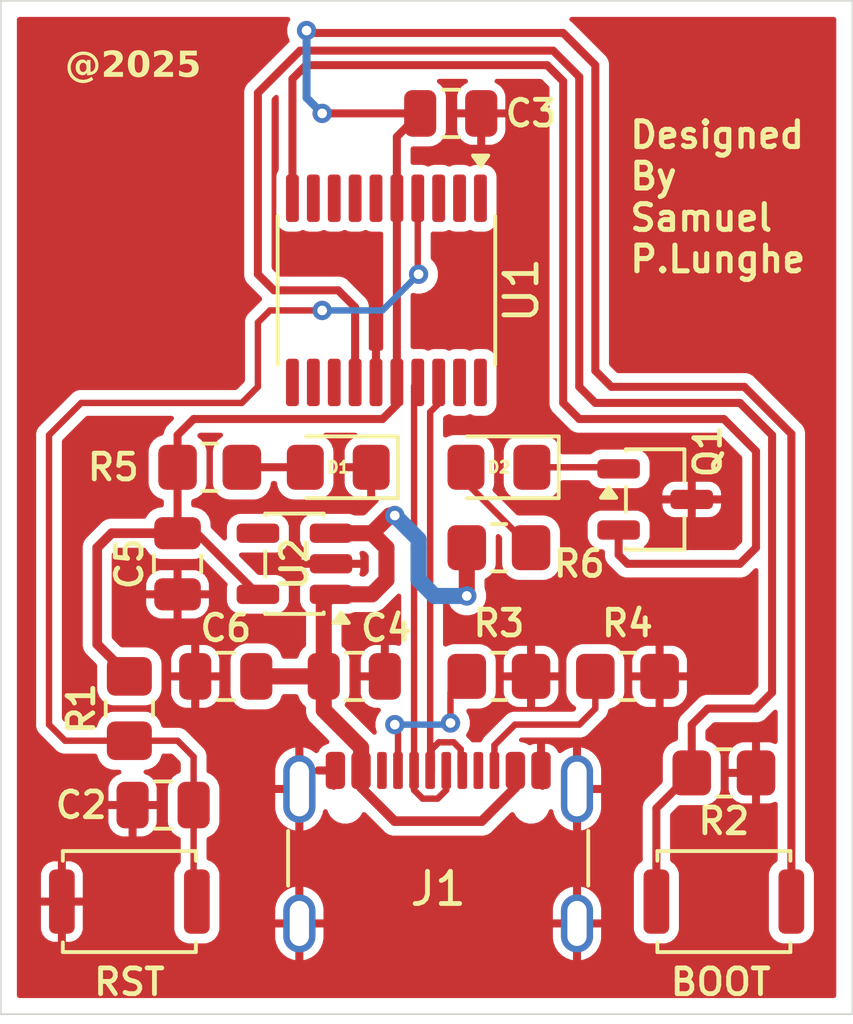
<source format=kicad_pcb>
(kicad_pcb (version 20241229) (generator "pcbnew") (generator_version "9.0")
  (title_block (title "CUSTOM STM32F04 PCB") (date "2025-12-07") (rev "1") (comment 1 "By PUTSHU LUNGHE Samuel"))
  (layers (0 "F.Cu" signal) (2 "B.Cu" signal) (13 "F.Paste" user) (15 "B.Paste" user) (5 "F.SilkS" user "F.Silkscreen") (7 "B.SilkS" user "B.Silkscreen") (1 "F.Mask" user) (3 "B.Mask" user) (25 "Edge.Cuts" user))
  (net 0 "")
  (net 1 "/BOOT")
  (net 2 "/3V3")
  (net 3 "/nRESET")
  (net 4 "GND")
  (net 5 "/5VUSB")
  (net 6 "Net-(D1-A)")
  (net 7 "Net-(D2-A)")
  (net 8 "Net-(D2-K)")
  (net 9 "/USB_DM")
  (net 10 "/USB_DP")
  (net 13 "Net-(J1-CC1)")
  (net 14 "Net-(J1-CC2)")
  (net 15 "/BUILT_IN_LED")
  (footprint "Resistor_SMD:R_0805_2012Metric_Pad1.20x1.40mm_HandSolder" (layer "F.Cu") (at 169 97.5)
    (property "Reference" "R4" (at 0 -1.65 0) (layer "F.SilkS") (effects (font (size 0.8 0.8))))
    (property "Value" "5.1K")
    (fp_line (start -0.227064 -0.735) (end 0.227064 -0.735) (stroke (width 0.12)) (layer "F.SilkS"))
    (fp_line (start -0.227064 0.735) (end 0.227064 0.735) (stroke (width 0.12)) (layer "F.SilkS"))
    (pad "1" smd roundrect (at -1 0) (size 1.2 1.4) (layers "F.Cu" "F.Mask" "F.Paste") (roundrect_rratio 0.208333) (net 14 "Net-(J1-CC2)"))
    (pad "2" smd roundrect (at 1 0) (size 1.2 1.4) (layers "F.Cu" "F.Mask" "F.Paste") (roundrect_rratio 0.208333) (net 4 "GND"))
  )
  (footprint "Resistor_SMD:R_0805_2012Metric_Pad1.20x1.40mm_HandSolder" (layer "F.Cu") (at 172 100.5)
    (property "Reference" "R2" (at 0 1.5 0) (layer "F.SilkS") (effects (font (size 0.8 0.8))))
    (property "Value" "10K" (hide yes))
    (fp_line (start -0.227064 -0.735) (end 0.227064 -0.735) (stroke (width 0.12)) (layer "F.SilkS"))
    (fp_line (start -0.227064 0.735) (end 0.227064 0.735) (stroke (width 0.12)) (layer "F.SilkS"))
    (pad "1" smd roundrect (at -1 0) (size 1.2 1.4) (layers "F.Cu" "F.Mask" "F.Paste") (roundrect_rratio 0.208333) (net 1 "/BOOT"))
    (pad "2" smd roundrect (at 1 0) (size 1.2 1.4) (layers "F.Cu" "F.Mask" "F.Paste") (roundrect_rratio 0.208333) (net 4 "GND"))
  )
  (footprint "Package_TO_SOT_SMD:SOT-23-3" (layer "F.Cu") (at 169.8625 92)
    (property "Reference" "Q1" (at 1.6375 -1.5 90) (layer "F.SilkS") (effects (font (size 0.8 0.8))))
    (property "Value" "NMOS" (hide yes))
    (fp_line (start -0.91 -1.56) (end 0.91 -1.56) (stroke (width 0.12)) (layer "F.SilkS"))
    (fp_line (start -0.91 -1.51) (end -0.91 -1.56) (stroke (width 0.12)) (layer "F.SilkS"))
    (fp_line (start -0.91 0.39) (end -0.91 -0.39) (stroke (width 0.12)) (layer "F.SilkS"))
    (fp_line (start -0.91 1.56) (end -0.91 1.51) (stroke (width 0.12)) (layer "F.SilkS"))
    (fp_line (start 0.91 -1.56) (end 0.91 -0.56) (stroke (width 0.12)) (layer "F.SilkS"))
    (fp_line (start 0.91 0.56) (end 0.91 1.56) (stroke (width 0.12)) (layer "F.SilkS"))
    (fp_line (start 0.91 1.56) (end -0.91 1.56) (stroke (width 0.12)) (layer "F.SilkS"))
    (fp_poly (pts (xy -1.45 -0.38) (xy -1.21 -0.05) (xy -1.69 -0.05)) (stroke (width 0.12)) (fill yes) (layer "F.SilkS"))
    (pad "1" smd roundrect (at -1.1375 -0.95) (size 1.325 0.6) (layers "F.Cu" "F.Mask" "F.Paste") (net 8 "Net-(D2-K)"))
    (pad "2" smd roundrect (at -1.1375 0.95) (size 1.325 0.6) (layers "F.Cu" "F.Mask" "F.Paste") (net 15 "/BUILT_IN_LED"))
    (pad "3" smd roundrect (at 1.1375 0) (size 1.325 0.6) (layers "F.Cu" "F.Mask" "F.Paste") (net 4 "GND"))
  )
  (footprint "Resistor_SMD:R_0805_2012Metric_Pad1.20x1.40mm_HandSolder" (layer "F.Cu") (at 153.5 98.5 -90)
    (property "Reference" "R1" (at 0 1.5 90) (layer "F.SilkS") (effects (font (size 0.8 0.8))))
    (property "Value" "10K" (hide yes))
    (fp_line (start -0.227064 0.735) (end 0.227064 0.735) (stroke (width 0.12)) (layer "F.SilkS"))
    (fp_line (start -0.227064 -0.735) (end 0.227064 -0.735) (stroke (width 0.12)) (layer "F.SilkS"))
    (pad "1" smd roundrect (at -1 0 270) (size 1.2 1.4) (layers "F.Cu" "F.Mask" "F.Paste") (roundrect_rratio 0.208333) (net 2 "/3V3"))
    (pad "2" smd roundrect (at 1 0 270) (size 1.2 1.4) (layers "F.Cu" "F.Mask" "F.Paste") (roundrect_rratio 0.208333) (net 3 "/nRESET"))
  )
  (footprint "Capacitor_SMD:C_0805_2012Metric" (layer "F.Cu") (at 155 94 -90)
    (property "Reference" "C5" (at 0 1.5 90) (layer "F.SilkS") (effects (font (size 0.8 0.8))))
    (property "Value" "1uF" (hide yes))
    (fp_line (start -0.261252 0.735) (end 0.261252 0.735) (stroke (width 0.12)) (layer "F.SilkS"))
    (fp_line (start -0.261252 -0.735) (end 0.261252 -0.735) (stroke (width 0.12)) (layer "F.SilkS"))
    (pad "1" smd roundrect (at -0.95 0 270) (size 1 1.45) (layers "F.Cu" "F.Mask" "F.Paste") (net 2 "/3V3"))
    (pad "2" smd roundrect (at 0.95 0 270) (size 1 1.45) (layers "F.Cu" "F.Mask" "F.Paste") (net 4 "GND"))
  )
  (footprint "Button_Switch_SMD:SW_Push_SPST_NO_Alps_SKRK" (layer "F.Cu") (at 172 104.5)
    (property "Reference" "BOOT" (at -0.1 2.5 0) (layer "F.SilkS") (effects (font (size 0.8 0.8))))
    (property "Value" "SW_Push" (hide yes))
    (fp_line (start -2.07 -1.57) (end 2.07 -1.57) (stroke (width 0.12)) (layer "F.SilkS"))
    (fp_line (start -2.07 -1.27) (end -2.07 -1.57) (stroke (width 0.12)) (layer "F.SilkS"))
    (fp_line (start -2.07 1.57) (end -2.07 1.27) (stroke (width 0.12)) (layer "F.SilkS"))
    (fp_line (start 2.07 -1.57) (end 2.07 -1.27) (stroke (width 0.12)) (layer "F.SilkS"))
    (fp_line (start 2.07 1.27) (end 2.07 1.57) (stroke (width 0.12)) (layer "F.SilkS"))
    (fp_line (start 2.07 1.57) (end -2.07 1.57) (stroke (width 0.12)) (layer "F.SilkS"))
    (pad "1" smd roundrect (at -2.1 0) (size 0.8 2) (layers "F.Cu" "F.Mask" "F.Paste") (net 1 "/BOOT"))
    (pad "2" smd roundrect (at 2.1 0) (size 0.8 2) (layers "F.Cu" "F.Mask" "F.Paste") (net 2 "/3V3"))
  )
  (footprint "Button_Switch_SMD:SW_Push_SPST_NO_Alps_SKRK" (layer "F.Cu") (at 153.5 104.5)
    (property "Reference" "RST" (at 0 2.5 0) (layer "F.SilkS") (effects (font (size 0.8 0.8))))
    (property "Value" "SW_Push" (hide yes))
    (fp_line (start -2.07 -1.57) (end 2.07 -1.57) (stroke (width 0.12)) (layer "F.SilkS"))
    (fp_line (start -2.07 -1.27) (end -2.07 -1.57) (stroke (width 0.12)) (layer "F.SilkS"))
    (fp_line (start -2.07 1.57) (end -2.07 1.27) (stroke (width 0.12)) (layer "F.SilkS"))
    (fp_line (start 2.07 -1.57) (end 2.07 -1.27) (stroke (width 0.12)) (layer "F.SilkS"))
    (fp_line (start 2.07 1.27) (end 2.07 1.57) (stroke (width 0.12)) (layer "F.SilkS"))
    (fp_line (start 2.07 1.57) (end -2.07 1.57) (stroke (width 0.12)) (layer "F.SilkS"))
    (pad "1" smd roundrect (at -2.1 0) (size 0.8 2) (layers "F.Cu" "F.Mask" "F.Paste") (net 4 "GND"))
    (pad "2" smd roundrect (at 2.1 0) (size 0.8 2) (layers "F.Cu" "F.Mask" "F.Paste") (net 3 "/nRESET"))
  )
  (footprint "Capacitor_SMD:C_0805_2012Metric" (layer "F.Cu") (at 156.5 97.5 180)
    (property "Reference" "C6" (at 0 1.5 0) (layer "F.SilkS") (effects (font (size 0.8 0.8))))
    (property "Value" "1uF")
    (fp_line (start -0.261252 0.735) (end 0.261252 0.735) (stroke (width 0.12)) (layer "F.SilkS"))
    (fp_line (start -0.261252 -0.735) (end 0.261252 -0.735) (stroke (width 0.12)) (layer "F.SilkS"))
    (pad "1" smd roundrect (at -0.95 0 180) (size 1 1.45) (layers "F.Cu" "F.Mask" "F.Paste") (net 5 "/5VUSB"))
    (pad "2" smd roundrect (at 0.95 0 180) (size 1 1.45) (layers "F.Cu" "F.Mask" "F.Paste") (net 4 "GND"))
  )
  (footprint "Resistor_SMD:R_0805_2012Metric_Pad1.20x1.40mm_HandSolder" (layer "F.Cu") (at 156 91)
    (property "Reference" "R5" (at -3 0 0) (layer "F.SilkS") (effects (font (size 0.8 0.8))))
    (property "Value" "200")
    (fp_line (start -0.227064 -0.735) (end 0.227064 -0.735) (stroke (width 0.12)) (layer "F.SilkS"))
    (fp_line (start -0.227064 0.735) (end 0.227064 0.735) (stroke (width 0.12)) (layer "F.SilkS"))
    (pad "1" smd roundrect (at -1 0) (size 1.2 1.4) (layers "F.Cu" "F.Mask" "F.Paste") (roundrect_rratio 0.208333) (net 2 "/3V3"))
    (pad "2" smd roundrect (at 1 0) (size 1.2 1.4) (layers "F.Cu" "F.Mask" "F.Paste") (roundrect_rratio 0.208333) (net 6 "Net-(D1-A)"))
  )
  (footprint "Connector_USB:USB_C_Receptacle_GCT_USB4105-xx-A_16P_TopMnt_Horizontal" (layer "F.Cu") (at 163.11 104.105)
    (property "Reference" "J1" (at 0 0 0) (layer "F.SilkS"))
    (property "Value" "USB_C_Receptacle_USB2.0_16P" (hide yes))
    (fp_line (start -4.67 -0.1) (end -4.67 -1.8) (stroke (width 0.12)) (layer "F.SilkS"))
    (fp_line (start 4.67 -0.1) (end 4.67 -1.8) (stroke (width 0.12)) (layer "F.SilkS"))
    (pad "" np_thru_hole circle (at -2.89 -2.605) (size 0.65 0.65) (drill 0.65) (layers "*.Cu" "*.Mask"))
    (pad "" np_thru_hole circle (at 2.89 -2.605) (size 0.65 0.65) (drill 0.65) (layers "*.Cu" "*.Mask"))
    (pad "A1" smd roundrect (at -3.2 -3.68) (size 0.6 1.15) (layers "F.Cu" "F.Mask" "F.Paste") (net 4 "GND"))
    (pad "A4" smd roundrect (at -2.4 -3.68) (size 0.6 1.15) (layers "F.Cu" "F.Mask" "F.Paste") (net 5 "/5VUSB"))
    (pad "A5" smd roundrect (at -1.25 -3.68) (size 0.3 1.15) (layers "F.Cu" "F.Mask" "F.Paste") (net 13 "Net-(J1-CC1)"))
    (pad "A6" smd roundrect (at -0.25 -3.68) (size 0.3 1.15) (layers "F.Cu" "F.Mask" "F.Paste") (net 10 "/USB_DP"))
    (pad "A7" smd roundrect (at 0.25 -3.68) (size 0.3 1.15) (layers "F.Cu" "F.Mask" "F.Paste") (net 9 "/USB_DM"))
    (pad "A8" smd roundrect (at 1.25 -3.68) (size 0.3 1.15) (layers "F.Cu" "F.Mask" "F.Paste"))
    (pad "A9" smd roundrect (at 2.4 -3.68) (size 0.6 1.15) (layers "F.Cu" "F.Mask" "F.Paste") (net 5 "/5VUSB"))
    (pad "A12" smd roundrect (at 3.2 -3.68) (size 0.6 1.15) (layers "F.Cu" "F.Mask" "F.Paste") (net 4 "GND"))
    (pad "B1" smd roundrect (at 3.2 -3.68) (size 0.6 1.15) (layers "F.Cu" "F.Mask" "F.Paste") (net 4 "GND"))
    (pad "B4" smd roundrect (at 2.4 -3.68) (size 0.6 1.15) (layers "F.Cu" "F.Mask" "F.Paste") (net 5 "/5VUSB"))
    (pad "B5" smd roundrect (at 1.75 -3.68) (size 0.3 1.15) (layers "F.Cu" "F.Mask" "F.Paste") (net 14 "Net-(J1-CC2)"))
    (pad "B6" smd roundrect (at 0.75 -3.68) (size 0.3 1.15) (layers "F.Cu" "F.Mask" "F.Paste") (net 10 "/USB_DP"))
    (pad "B7" smd roundrect (at -0.75 -3.68) (size 0.3 1.15) (layers "F.Cu" "F.Mask" "F.Paste") (net 9 "/USB_DM"))
    (pad "B8" smd roundrect (at -1.75 -3.68) (size 0.3 1.15) (layers "F.Cu" "F.Mask" "F.Paste"))
    (pad "B9" smd roundrect (at -2.4 -3.68) (size 0.6 1.15) (layers "F.Cu" "F.Mask" "F.Paste") (net 5 "/5VUSB"))
    (pad "B12" smd roundrect (at -3.2 -3.68) (size 0.6 1.15) (layers "F.Cu" "F.Mask" "F.Paste") (net 4 "GND"))
    (pad "S1" thru_hole oval (at -4.32 -3.105) (size 1 2.1) (drill oval 0.6 1.7) (property pad_prop_heatsink) (layers "*.Cu" "*.Mask" "F.Paste") (net 4 "GND"))
    (pad "S1" thru_hole oval (at -4.32 1.075) (size 1 1.8) (drill oval 0.6 1.4) (property pad_prop_heatsink) (layers "*.Cu" "*.Mask" "F.Paste") (net 4 "GND"))
    (pad "S1" thru_hole oval (at 4.32 -3.105) (size 1 2.1) (drill oval 0.6 1.7) (property pad_prop_heatsink) (layers "*.Cu" "*.Mask" "F.Paste") (net 4 "GND"))
    (pad "S1" thru_hole oval (at 4.32 1.075) (size 1 1.8) (drill oval 0.6 1.4) (property pad_prop_heatsink) (layers "*.Cu" "*.Mask" "F.Paste") (net 4 "GND"))
  )
  (footprint "Capacitor_SMD:C_0805_2012Metric" (layer "F.Cu") (at 160.5 97.5)
    (property "Reference" "C4" (at 1 -1.5 0) (layer "F.SilkS") (effects (font (size 0.8 0.8))))
    (property "Value" "10uF")
    (fp_line (start -0.261252 -0.735) (end 0.261252 -0.735) (stroke (width 0.12)) (layer "F.SilkS"))
    (fp_line (start -0.261252 0.735) (end 0.261252 0.735) (stroke (width 0.12)) (layer "F.SilkS"))
    (pad "1" smd roundrect (at -0.95 0) (size 1 1.45) (layers "F.Cu" "F.Mask" "F.Paste") (net 5 "/5VUSB"))
    (pad "2" smd roundrect (at 0.95 0) (size 1 1.45) (layers "F.Cu" "F.Mask" "F.Paste") (net 4 "GND"))
  )
  (footprint "Package_TO_SOT_SMD:SOT-23-5" (layer "F.Cu") (at 158.6375 94 180)
    (property "Reference" "U2" (at 0 0 90) (layer "F.SilkS") (effects (font (size 0.8 0.8))))
    (property "Value" "LP5907MFX-3.3" (hide yes))
    (fp_line (start 0.91 1.56) (end -0.91 1.56) (stroke (width 0.12)) (layer "F.SilkS"))
    (fp_line (start 0.91 1.51) (end 0.91 1.56) (stroke (width 0.12)) (layer "F.SilkS"))
    (fp_line (start 0.91 -0.39) (end 0.91 0.39) (stroke (width 0.12)) (layer "F.SilkS"))
    (fp_line (start 0.91 -1.56) (end 0.91 -1.51) (stroke (width 0.12)) (layer "F.SilkS"))
    (fp_line (start -0.91 1.56) (end -0.91 1.51) (stroke (width 0.12)) (layer "F.SilkS"))
    (fp_line (start -0.91 -1.51) (end -0.91 -1.56) (stroke (width 0.12)) (layer "F.SilkS"))
    (fp_line (start -0.91 -1.56) (end 0.91 -1.56) (stroke (width 0.12)) (layer "F.SilkS"))
    (fp_poly (pts (xy -1.45 -1.51) (xy -1.69 -1.84) (xy -1.21 -1.84)) (stroke (width 0.12)) (fill yes) (layer "F.SilkS"))
    (pad "1" smd roundrect (at -1.1375 -0.95 180) (size 1.325 0.6) (layers "F.Cu" "F.Mask" "F.Paste") (net 5 "/5VUSB"))
    (pad "2" smd roundrect (at -1.1375 0 180) (size 1.325 0.6) (layers "F.Cu" "F.Mask" "F.Paste") (net 4 "GND"))
    (pad "3" smd roundrect (at -1.1375 0.95 180) (size 1.325 0.6) (layers "F.Cu" "F.Mask" "F.Paste") (net 5 "/5VUSB"))
    (pad "4" smd roundrect (at 1.1375 0.95 180) (size 1.325 0.6) (layers "F.Cu" "F.Mask" "F.Paste"))
    (pad "5" smd roundrect (at 1.1375 -0.95 180) (size 1.325 0.6) (layers "F.Cu" "F.Mask" "F.Paste") (net 2 "/3V3"))
  )
  (footprint "LED_SMD:LED_0805_2012Metric_Pad1.15x1.40mm_HandSolder" (layer "F.Cu") (at 160 91 180)
    (property "Reference" "D1" (at 0 0 0) (layer "F.SilkS") (effects (font (size 0.35 0.35) (thickness 0.0875))))
    (property "Value" "LED" (hide yes))
    (fp_line (start 1 -0.96) (end -1.86 -0.96) (stroke (width 0.12)) (layer "F.SilkS"))
    (fp_line (start -1.86 0.96) (end 1 0.96) (stroke (width 0.12)) (layer "F.SilkS"))
    (fp_line (start -1.86 -0.96) (end -1.86 0.96) (stroke (width 0.12)) (layer "F.SilkS"))
    (pad "1" smd roundrect (at -1.025 0 180) (size 1.15 1.4) (layers "F.Cu" "F.Mask" "F.Paste") (roundrect_rratio 0.217391) (net 4 "GND"))
    (pad "2" smd roundrect (at 1.025 0 180) (size 1.15 1.4) (layers "F.Cu" "F.Mask" "F.Paste") (roundrect_rratio 0.217391) (net 6 "Net-(D1-A)"))
  )
  (footprint "Capacitor_SMD:C_0805_2012Metric" (layer "F.Cu") (at 163.5 80)
    (property "Reference" "C3" (at 2.5 0 0) (layer "F.SilkS") (effects (font (size 0.8 0.8))))
    (property "Value" "1uF" (hide yes))
    (fp_line (start -0.261252 -0.735) (end 0.261252 -0.735) (stroke (width 0.12)) (layer "F.SilkS"))
    (fp_line (start -0.261252 0.735) (end 0.261252 0.735) (stroke (width 0.12)) (layer "F.SilkS"))
    (pad "1" smd roundrect (at -0.95 0) (size 1 1.45) (layers "F.Cu" "F.Mask" "F.Paste") (net 2 "/3V3"))
    (pad "2" smd roundrect (at 0.95 0) (size 1 1.45) (layers "F.Cu" "F.Mask" "F.Paste") (net 4 "GND"))
  )
  (footprint "LED_SMD:LED_0805_2012Metric_Pad1.15x1.40mm_HandSolder" (layer "F.Cu") (at 165 91 180)
    (property "Reference" "D2" (at 0 0 0) (layer "F.SilkS") (effects (font (size 0.35 0.35) (thickness 0.0875))))
    (property "Value" "LED" (hide yes))
    (fp_line (start 1 -0.96) (end -1.86 -0.96) (stroke (width 0.12)) (layer "F.SilkS"))
    (fp_line (start -1.86 0.96) (end 1 0.96) (stroke (width 0.12)) (layer "F.SilkS"))
    (fp_line (start -1.86 -0.96) (end -1.86 0.96) (stroke (width 0.12)) (layer "F.SilkS"))
    (pad "1" smd roundrect (at -1.025 0 180) (size 1.15 1.4) (layers "F.Cu" "F.Mask" "F.Paste") (roundrect_rratio 0.217391) (net 8 "Net-(D2-K)"))
    (pad "2" smd roundrect (at 1.025 0 180) (size 1.15 1.4) (layers "F.Cu" "F.Mask" "F.Paste") (roundrect_rratio 0.217391) (net 7 "Net-(D2-A)"))
  )
  (footprint "Capacitor_SMD:C_0805_2012Metric" (layer "F.Cu") (at 154.55 101.5 180)
    (property "Reference" "C2" (at 2.55 0 0) (layer "F.SilkS") (effects (font (size 0.8 0.8))))
    (property "Value" "0.1uF")
    (fp_line (start -0.261252 0.735) (end 0.261252 0.735) (stroke (width 0.12)) (layer "F.SilkS"))
    (fp_line (start -0.261252 -0.735) (end 0.261252 -0.735) (stroke (width 0.12)) (layer "F.SilkS"))
    (pad "1" smd roundrect (at -0.95 0 180) (size 1 1.45) (layers "F.Cu" "F.Mask" "F.Paste") (net 3 "/nRESET"))
    (pad "2" smd roundrect (at 0.95 0 180) (size 1 1.45) (layers "F.Cu" "F.Mask" "F.Paste") (net 4 "GND"))
  )
  (footprint "Package_SO:TSSOP-20_4.4x6.5mm_P0.65mm" (layer "F.Cu") (at 161.5 85.5 -90)
    (property "Reference" "U1" (at 0 -4.2 90) (layer "F.SilkS"))
    (property "Value" "STM32F042F6Px" (hide yes))
    (fp_line (start 2.31 3.385) (end -2.31 3.385) (stroke (width 0.12)) (layer "F.SilkS"))
    (fp_line (start -2.31 -3.385) (end 2.31 -3.385) (stroke (width 0.12)) (layer "F.SilkS"))
    (fp_poly (pts (xy -3.86 -2.93) (xy -4.19 -2.69) (xy -4.19 -3.17)) (stroke (width 0.12)) (fill yes) (layer "F.SilkS"))
    (pad "1" smd roundrect (at -2.8625 -2.925 270) (size 1.475 0.4) (layers "F.Cu" "F.Mask" "F.Paste"))
    (pad "2" smd roundrect (at -2.8625 -2.275 270) (size 1.475 0.4) (layers "F.Cu" "F.Mask" "F.Paste"))
    (pad "3" smd roundrect (at -2.8625 -1.625 270) (size 1.475 0.4) (layers "F.Cu" "F.Mask" "F.Paste"))
    (pad "4" smd roundrect (at -2.8625 -0.975 270) (size 1.475 0.4) (layers "F.Cu" "F.Mask" "F.Paste") (net 3 "/nRESET"))
    (pad "5" smd roundrect (at -2.8625 -0.325 270) (size 1.475 0.4) (layers "F.Cu" "F.Mask" "F.Paste") (net 2 "/3V3"))
    (pad "6" smd roundrect (at -2.8625 0.325 270) (size 1.475 0.4) (layers "F.Cu" "F.Mask" "F.Paste"))
    (pad "7" smd roundrect (at -2.8625 0.975 270) (size 1.475 0.4) (layers "F.Cu" "F.Mask" "F.Paste"))
    (pad "8" smd roundrect (at -2.8625 1.625 270) (size 1.475 0.4) (layers "F.Cu" "F.Mask" "F.Paste"))
    (pad "9" smd roundrect (at -2.8625 2.275 270) (size 1.475 0.4) (layers "F.Cu" "F.Mask" "F.Paste"))
    (pad "10" smd roundrect (at -2.8625 2.925 270) (size 1.475 0.4) (layers "F.Cu" "F.Mask" "F.Paste") (net 15 "/BUILT_IN_LED"))
    (pad "11" smd roundrect (at 2.8625 2.925 270) (size 1.475 0.4) (layers "F.Cu" "F.Mask" "F.Paste"))
    (pad "12" smd roundrect (at 2.8625 2.275 270) (size 1.475 0.4) (layers "F.Cu" "F.Mask" "F.Paste"))
    (pad "13" smd roundrect (at 2.8625 1.625 270) (size 1.475 0.4) (layers "F.Cu" "F.Mask" "F.Paste"))
    (pad "14" smd roundrect (at 2.8625 0.975 270) (size 1.475 0.4) (layers "F.Cu" "F.Mask" "F.Paste") (net 1 "/BOOT"))
    (pad "15" smd roundrect (at 2.8625 0.325 270) (size 1.475 0.4) (layers "F.Cu" "F.Mask" "F.Paste") (net 4 "GND"))
    (pad "16" smd roundrect (at 2.8625 -0.325 270) (size 1.475 0.4) (layers "F.Cu" "F.Mask" "F.Paste") (net 2 "/3V3"))
    (pad "17" smd roundrect (at 2.8625 -0.975 270) (size 1.475 0.4) (layers "F.Cu" "F.Mask" "F.Paste") (net 9 "/USB_DM"))
    (pad "18" smd roundrect (at 2.8625 -1.625 270) (size 1.475 0.4) (layers "F.Cu" "F.Mask" "F.Paste") (net 10 "/USB_DP"))
    (pad "19" smd roundrect (at 2.8625 -2.275 270) (size 1.475 0.4) (layers "F.Cu" "F.Mask" "F.Paste"))
    (pad "20" smd roundrect (at 2.8625 -2.925 270) (size 1.475 0.4) (layers "F.Cu" "F.Mask" "F.Paste"))
  )
  (footprint "Resistor_SMD:R_0805_2012Metric_Pad1.20x1.40mm_HandSolder" (layer "F.Cu") (at 165 97.5)
    (property "Reference" "R3" (at 0 -1.65 0) (layer "F.SilkS") (effects (font (size 0.8 0.8))))
    (property "Value" "5.1K")
    (fp_line (start -0.227064 -0.735) (end 0.227064 -0.735) (stroke (width 0.12)) (layer "F.SilkS"))
    (fp_line (start -0.227064 0.735) (end 0.227064 0.735) (stroke (width 0.12)) (layer "F.SilkS"))
    (pad "1" smd roundrect (at -1 0) (size 1.2 1.4) (layers "F.Cu" "F.Mask" "F.Paste") (roundrect_rratio 0.208333) (net 13 "Net-(J1-CC1)"))
    (pad "2" smd roundrect (at 1 0) (size 1.2 1.4) (layers "F.Cu" "F.Mask" "F.Paste") (roundrect_rratio 0.208333) (net 4 "GND"))
  )
  (footprint "Resistor_SMD:R_0805_2012Metric_Pad1.20x1.40mm_HandSolder" (layer "F.Cu") (at 165 93.5)
    (property "Reference" "R6" (at 2.5 0.5 0) (layer "F.SilkS") (effects (font (size 0.8 0.8))))
    (property "Value" "200" (hide yes))
    (fp_line (start -0.227064 -0.735) (end 0.227064 -0.735) (stroke (width 0.12)) (layer "F.SilkS"))
    (fp_line (start -0.227064 0.735) (end 0.227064 0.735) (stroke (width 0.12)) (layer "F.SilkS"))
    (pad "1" smd roundrect (at -1 0) (size 1.2 1.4) (layers "F.Cu" "F.Mask" "F.Paste") (roundrect_rratio 0.208333) (net 5 "/5VUSB"))
    (pad "2" smd roundrect (at 1 0) (size 1.2 1.4) (layers "F.Cu" "F.Mask" "F.Paste") (roundrect_rratio 0.208333) (net 7 "Net-(D2-A)"))
  )
  (gr_rect (start 149.5 76.5) (end 176 108) (stroke (width 0.05)) (fill no) (layer "Edge.Cuts"))
  (gr_text "@2025" (at 151.5 79 0) (layer "F.SilkS") (effects (font (size 0.8 0.8) (thickness 0.16) (bold yes)) (justify left bottom)))
  (gr_text "Designed \nBy\nSamuel \nP.Lunghe" (at 169 85 0) (layer "F.SilkS") (effects (font (size 0.8 0.8) (thickness 0.16) (bold yes)) (justify left bottom)))
  (segment (start 158 85.5) (end 157.5 85) (width 0.25) (layer "F.Cu") (net 1))
  (segment (start 169.9 104.5) (end 169.9 101.6) (width 0.25) (layer "F.Cu") (net 1))
  (segment (start 167.5 78.86219) (end 167.5 88.5) (width 0.25) (layer "F.Cu") (net 1))
  (segment (start 157.5 79.36219) (end 158.81319 78.049) (width 0.25) (layer "F.Cu") (net 1))
  (segment (start 171 99) (end 171 100.5) (width 0.25) (layer "F.Cu") (net 1))
  (segment (start 158.81319 78.049) (end 166.68681 78.049) (width 0.25) (layer "F.Cu") (net 1))
  (segment (start 160 85.5) (end 158 85.5) (width 0.25) (layer "F.Cu") (net 1))
  (segment (start 157.5 85) (end 157.5 79.36219) (width 0.25) (layer "F.Cu") (net 1))
  (segment (start 171.5 98.5) (end 171 99) (width 0.25) (layer "F.Cu") (net 1))
  (segment (start 167.5 88.5) (end 168 89) (width 0.25) (layer "F.Cu") (net 1))
  (segment (start 168 89) (end 172.5 89) (width 0.25) (layer "F.Cu") (net 1))
  (segment (start 172.5 89) (end 173.5 90) (width 0.25) (layer "F.Cu") (net 1))
  (segment (start 160.525 88.3625) (end 160.525 86.025) (width 0.25) (layer "F.Cu") (net 1))
  (segment (start 166.68681 78.049) (end 167.5 78.86219) (width 0.25) (layer "F.Cu") (net 1))
  (segment (start 173.5 98) (end 173 98.5) (width 0.25) (layer "F.Cu") (net 1))
  (segment (start 160.525 86.025) (end 160 85.5) (width 0.25) (layer "F.Cu") (net 1))
  (segment (start 173.5 90) (end 173.5 98) (width 0.25) (layer "F.Cu") (net 1))
  (segment (start 169.9 101.6) (end 171 100.5) (width 0.25) (layer "F.Cu") (net 1))
  (segment (start 173 98.5) (end 171.5 98.5) (width 0.25) (layer "F.Cu") (net 1))
  (segment (start 168 88) (end 168 78.5) (width 0.25) (layer "F.Cu") (net 2))
  (segment (start 155.5 89.5) (end 161.380226 89.5) (width 0.25) (layer "F.Cu") (net 2))
  (segment (start 167 77.5) (end 159.152 77.5) (width 0.25) (layer "F.Cu") (net 2))
  (segment (start 168.5 88.5) (end 168 88) (width 0.25) (layer "F.Cu") (net 2))
  (segment (start 172.63781 88.5) (end 168.5 88.5) (width 0.25) (layer "F.Cu") (net 2))
  (segment (start 152.95 93.05) (end 155 93.05) (width 0.3) (layer "F.Cu") (net 2))
  (segment (start 159.5 80) (end 162.55 80) (width 0.25) (layer "F.Cu") (net 2))
  (segment (start 152.5 96.5) (end 152.5 93.5) (width 0.3) (layer "F.Cu") (net 2))
  (segment (start 174.1 89.96219) (end 172.63781 88.5) (width 0.25) (layer "F.Cu") (net 2))
  (segment (start 157.5 94.95) (end 155.6 93.05) (width 0.25) (layer "F.Cu") (net 2))
  (segment (start 161.825 80.725) (end 162.55 80) (width 0.25) (layer "F.Cu") (net 2))
  (segment (start 161.380226 89.5) (end 161.825 89.055226) (width 0.25) (layer "F.Cu") (net 2))
  (segment (start 155 90) (end 155.5 89.5) (width 0.25) (layer "F.Cu") (net 2))
  (segment (start 155 93.05) (end 155 91) (width 0.25) (layer "F.Cu") (net 2))
  (segment (start 152.5 93.5) (end 152.95 93.05) (width 0.3) (layer "F.Cu") (net 2))
  (segment (start 161.825 88.3625) (end 161.825 82.6375) (width 0.25) (layer "F.Cu") (net 2))
  (segment (start 161.825 82.6375) (end 161.825 80.725) (width 0.25) (layer "F.Cu") (net 2))
  (segment (start 168 78.5) (end 167 77.5) (width 0.25) (layer "F.Cu") (net 2))
  (segment (start 159.152 77.5) (end 159.076 77.424) (width 0.25) (layer "F.Cu") (net 2))
  (segment (start 161.825 89.055226) (end 161.825 88.3625) (width 0.25) (layer "F.Cu") (net 2))
  (segment (start 155.6 93.05) (end 155 93.05) (width 0.25) (layer "F.Cu") (net 2))
  (segment (start 153.5 97.5) (end 152.5 96.5) (width 0.3) (layer "F.Cu") (net 2))
  (segment (start 174.1 104.5) (end 174.1 89.96219) (width 0.25) (layer "F.Cu") (net 2))
  (segment (start 155 91) (end 155 90) (width 0.25) (layer "F.Cu") (net 2))
  (segment (start 159.076 77.424) (end 159.014524 77.424) (width 0.25) (layer "F.Cu") (net 2))
  (via (at 159.014524 77.424) (size 0.6) (drill 0.3) (layers "F.Cu" "B.Cu") (net 2))
  (via (at 159.5 80) (size 0.6) (drill 0.3) (layers "F.Cu" "B.Cu") (net 2))
  (segment (start 159.014524 79.514524) (end 159.5 80) (width 0.25) (layer "B.Cu") (net 2))
  (segment (start 159.014524 77.424) (end 159.014524 79.514524) (width 0.25) (layer "B.Cu") (net 2))
  (segment (start 153.5 99.5) (end 151.5 99.5) (width 0.2) (layer "F.Cu") (net 3))
  (segment (start 152 89) (end 157 89) (width 0.2) (layer "F.Cu") (net 3))
  (segment (start 162.5 85) (end 162.475 84.975) (width 0.2) (layer "F.Cu") (net 3))
  (segment (start 157.875 86.125) (end 159.5 86.125) (width 0.2) (layer "F.Cu") (net 3))
  (segment (start 151.5 99.5) (end 151 99) (width 0.2) (layer "F.Cu") (net 3))
  (segment (start 151 99) (end 151 90) (width 0.2) (layer "F.Cu") (net 3))
  (segment (start 153.5 99.5) (end 155 99.5) (width 0.2) (layer "F.Cu") (net 3))
  (segment (start 155.5 104.4) (end 155.6 104.5) (width 0.2) (layer "F.Cu") (net 3))
  (segment (start 157.5 86.5) (end 157.875 86.125) (width 0.2) (layer "F.Cu") (net 3))
  (segment (start 162.475 84.975) (end 162.475 82.6375) (width 0.2) (layer "F.Cu") (net 3))
  (segment (start 151 90) (end 152 89) (width 0.2) (layer "F.Cu") (net 3))
  (segment (start 157 89) (end 157.5 88.5) (width 0.2) (layer "F.Cu") (net 3))
  (segment (start 155.5 101.5) (end 155.5 104.4) (width 0.2) (layer "F.Cu") (net 3))
  (segment (start 155 99.5) (end 155.5 100) (width 0.2) (layer "F.Cu") (net 3))
  (segment (start 155.5 100) (end 155.5 101.5) (width 0.2) (layer "F.Cu") (net 3))
  (segment (start 157.5 88.5) (end 157.5 86.5) (width 0.2) (layer "F.Cu") (net 3))
  (via (at 159.5 86.125) (size 0.6) (drill 0.3) (layers "F.Cu" "B.Cu") (net 3))
  (via (at 162.5 85) (size 0.6) (drill 0.3) (layers "F.Cu" "B.Cu") (net 3))
  (segment (start 161.5 86) (end 162.5 85) (width 0.2) (layer "B.Cu") (net 3))
  (segment (start 161.375 86.125) (end 161.5 86) (width 0.2) (layer "B.Cu") (net 3))
  (segment (start 159.5 86.125) (end 161.375 86.125) (width 0.2) (layer "B.Cu") (net 3))
  (segment (start 159.775 94.95) (end 161.05 94.95) (width 0.5) (layer "F.Cu") (net 5))
  (segment (start 161.755466 102) (end 164.464534 102) (width 0.3) (layer "F.Cu") (net 5))
  (segment (start 161.5 94.5) (end 161.5 93.5) (width 0.5) (layer "F.Cu") (net 5))
  (segment (start 161.6 92.5) (end 161.05 93.05) (width 0.5) (layer "F.Cu") (net 5))
  (segment (start 159.55 97.5) (end 157.45 97.5) (width 0.5) (layer "F.Cu") (net 5))
  (segment (start 161.76 92.5) (end 161.6 92.5) (width 0.5) (layer "F.Cu") (net 5))
  (segment (start 159.55 97.5) (end 159.55 95.175) (width 0.5) (layer "F.Cu") (net 5))
  (segment (start 160.71 99.71) (end 159.55 98.55) (width 0.5) (layer "F.Cu") (net 5))
  (segment (start 161.5 93.5) (end 161.05 93.05) (width 0.5) (layer "F.Cu") (net 5))
  (segment (start 161.05 94.95) (end 161.5 94.5) (width 0.5) (layer "F.Cu") (net 5))
  (segment (start 164 93.5) (end 164 95) (width 0.5) (layer "F.Cu") (net 5))
  (segment (start 165.51 100.954534) (end 165.51 100.425) (width 0.3) (layer "F.Cu") (net 5))
  (segment (start 160.71 100.425) (end 160.71 100.954534) (width 0.3) (layer "F.Cu") (net 5))
  (segment (start 159.55 98.55) (end 159.55 97.5) (width 0.5) (layer "F.Cu") (net 5))
  (segment (start 160.71 100.425) (end 160.71 99.71) (width 0.5) (layer "F.Cu") (net 5))
  (segment (start 159.55 95.175) (end 159.775 94.95) (width 0.5) (layer "F.Cu") (net 5))
  (segment (start 160.71 100.954534) (end 161.755466 102) (width 0.3) (layer "F.Cu") (net 5))
  (segment (start 164.464534 102) (end 165.51 100.954534) (width 0.3) (layer "F.Cu") (net 5))
  (segment (start 161.05 93.05) (end 159.775 93.05) (width 0.5) (layer "F.Cu") (net 5))
  (via (at 161.76 92.5) (size 0.6) (drill 0.3) (layers "F.Cu" "B.Cu") (net 5))
  (via (at 164 95) (size 0.6) (drill 0.3) (layers "F.Cu" "B.Cu") (net 5))
  (segment (start 162.5 93.24) (end 161.76 92.5) (width 0.5) (layer "B.Cu") (net 5))
  (segment (start 163 95) (end 162.5 94.5) (width 0.5) (layer "B.Cu") (net 5))
  (segment (start 162.5 93.5) (end 162.5 93.24) (width 0.5) (layer "B.Cu") (net 5))
  (segment (start 162.5 94.5) (end 162.5 93.5) (width 0.5) (layer "B.Cu") (net 5))
  (segment (start 164 95) (end 163 95) (width 0.5) (layer "B.Cu") (net 5))
  (segment (start 157 91) (end 158.975 91) (width 0.25) (layer "F.Cu") (net 6))
  (segment (start 163.975 91.475) (end 166 93.5) (width 0.2) (layer "F.Cu") (net 7))
  (segment (start 163.975 91) (end 163.975 91.475) (width 0.2) (layer "F.Cu") (net 7))
  (segment (start 166.025 91) (end 168.675 91) (width 0.2) (layer "F.Cu") (net 8))
  (segment (start 168.675 91) (end 168.725 91.05) (width 0.2) (layer "F.Cu") (net 8))
  (segment (start 162.36 101.033824) (end 162.36 100.425) (width 0.2) (layer "F.Cu") (net 9))
  (segment (start 162.36 100.425) (end 162.36 88.4775) (width 0.2) (layer "F.Cu") (net 9))
  (segment (start 162.627176 101.301) (end 162.36 101.033824) (width 0.2) (layer "F.Cu") (net 9))
  (segment (start 163.36 100.425) (end 163.36 101.033824) (width 0.2) (layer "F.Cu") (net 9))
  (segment (start 163.092824 101.301) (end 162.627176 101.301) (width 0.2) (layer "F.Cu") (net 9))
  (segment (start 163.36 101.033824) (end 163.092824 101.301) (width 0.2) (layer "F.Cu") (net 9))
  (segment (start 162.36 88.4775) (end 162.475 88.3625) (width 0.2) (layer "F.Cu") (net 9))
  (segment (start 163.127176 99.549) (end 163.592824 99.549) (width 0.2) (layer "F.Cu") (net 10))
  (segment (start 163.811 100.425) (end 163.86 100.425) (width 0.2) (layer "F.Cu") (net 10))
  (segment (start 162.909 99.767176) (end 163.127176 99.549) (width 0.2) (layer "F.Cu") (net 10))
  (segment (start 162.86 100.425) (end 162.909 100.425) (width 0.2) (layer "F.Cu") (net 10))
  (segment (start 162.909 100.425) (end 162.909 99.767176) (width 0.2) (layer "F.Cu") (net 10))
  (segment (start 163.811 99.767176) (end 163.811 100.425) (width 0.2) (layer "F.Cu") (net 10))
  (segment (start 163.592824 99.549) (end 163.811 99.767176) (width 0.2) (layer "F.Cu") (net 10))
  (segment (start 162.86 89.28487) (end 163.125 89.01987) (width 0.2) (layer "F.Cu") (net 10))
  (segment (start 162.86 100.425) (end 162.86 89.28487) (width 0.2) (layer "F.Cu") (net 10))
  (segment (start 163.125 89.01987) (end 163.125 88.3625) (width 0.2) (layer "F.Cu") (net 10))
  (segment (start 163.492797 98.949) (end 163.492797 98.007203) (width 0.2) (layer "F.Cu") (net 13))
  (segment (start 161.86 100.425) (end 161.86 99.1) (width 0.2) (layer "F.Cu") (net 13))
  (segment (start 163.492797 98.007203) (end 164 97.5) (width 0.2) (layer "F.Cu") (net 13))
  (segment (start 161.86 99.1) (end 161.76 99) (width 0.2) (layer "F.Cu") (net 13))
  (via (at 161.76 99) (size 0.6) (drill 0.3) (layers "F.Cu" "B.Cu") (net 13))
  (via (at 163.492797 98.949) (size 0.6) (drill 0.3) (layers "F.Cu" "B.Cu") (net 13))
  (segment (start 161.76 99) (end 163.5 99) (width 0.2) (layer "B.Cu") (net 13))
  (segment (start 163.492797 98.992797) (end 163.492797 98.949) (width 0.2) (layer "B.Cu") (net 13))
  (segment (start 163.5 99) (end 163.492797 98.992797) (width 0.2) (layer "B.Cu") (net 13))
  (segment (start 167.5 99) (end 168 98.5) (width 0.2) (layer "F.Cu") (net 14))
  (segment (start 165.5 99) (end 167.5 99) (width 0.2) (layer "F.Cu") (net 14))
  (segment (start 164.86 99.64) (end 165.5 99) (width 0.2) (layer "F.Cu") (net 14))
  (segment (start 164.86 100.425) (end 164.86 99.64) (width 0.2) (layer "F.Cu") (net 14))
  (segment (start 168 98.5) (end 168 97.5) (width 0.2) (layer "F.Cu") (net 14))
  (segment (start 159 78.5) (end 166.5 78.5) (width 0.25) (layer "F.Cu") (net 15))
  (segment (start 173 90.5) (end 173 93.5) (width 0.25) (layer "F.Cu") (net 15))
  (segment (start 169 94) (end 168.725 93.725) (width 0.25) (layer "F.Cu") (net 15))
  (segment (start 167 89) (end 167.5 89.5) (width 0.25) (layer "F.Cu") (net 15))
  (segment (start 172 89.5) (end 173 90.5) (width 0.25) (layer "F.Cu") (net 15))
  (segment (start 172.5 94) (end 169 94) (width 0.25) (layer "F.Cu") (net 15))
  (segment (start 166.5 78.5) (end 167 79) (width 0.25) (layer "F.Cu") (net 15))
  (segment (start 158.575 78.925) (end 159 78.5) (width 0.25) (layer "F.Cu") (net 15))
  (segment (start 167.5 89.5) (end 172 89.5) (width 0.25) (layer "F.Cu") (net 15))
  (segment (start 158.575 82.6375) (end 158.575 78.925) (width 0.25) (layer "F.Cu") (net 15))
  (segment (start 167 79) (end 167 89) (width 0.25) (layer "F.Cu") (net 15))
  (segment (start 173 93.5) (end 172.5 94) (width 0.25) (layer "F.Cu") (net 15))
  (segment (start 168.725 93.725) (end 168.725 92.95) (width 0.25) (layer "F.Cu") (net 15))
  (zone (net 4) (net_name "GND") (layer "F.Cu") (connect_pads (clearance 0.3)) (min_thickness 0.15) (fill yes (thermal_gap 0.25) (thermal_bridge_width 0.25))
    (polygon (pts (xy 149.5 76.5) (xy 176 76.5) (xy 176 108) (xy 149.5 108)))
  )
)
</source>
